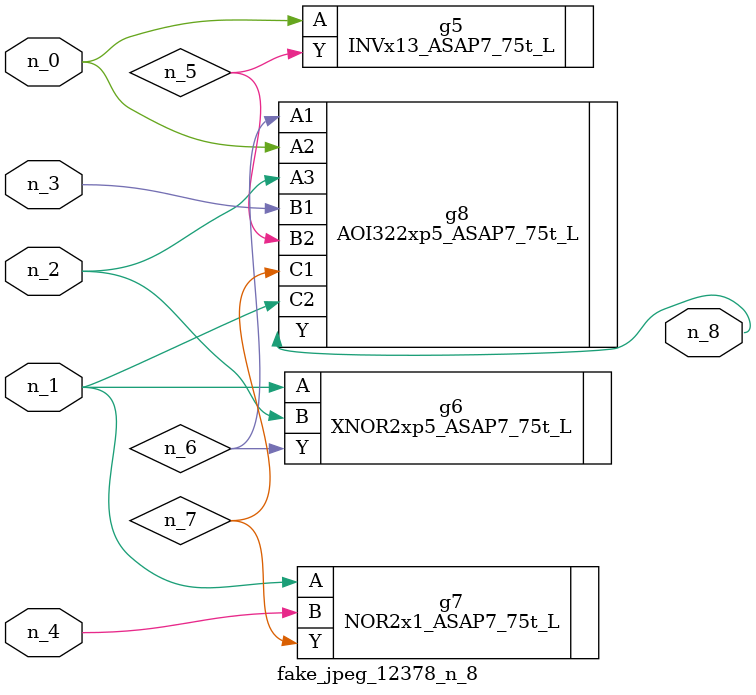
<source format=v>
module fake_jpeg_12378_n_8 (n_3, n_2, n_1, n_0, n_4, n_8);

input n_3;
input n_2;
input n_1;
input n_0;
input n_4;

output n_8;

wire n_6;
wire n_5;
wire n_7;

INVx13_ASAP7_75t_L g5 ( 
.A(n_0),
.Y(n_5)
);

XNOR2xp5_ASAP7_75t_L g6 ( 
.A(n_1),
.B(n_2),
.Y(n_6)
);

NOR2x1_ASAP7_75t_L g7 ( 
.A(n_1),
.B(n_4),
.Y(n_7)
);

AOI322xp5_ASAP7_75t_L g8 ( 
.A1(n_6),
.A2(n_0),
.A3(n_2),
.B1(n_3),
.B2(n_5),
.C1(n_7),
.C2(n_1),
.Y(n_8)
);


endmodule
</source>
